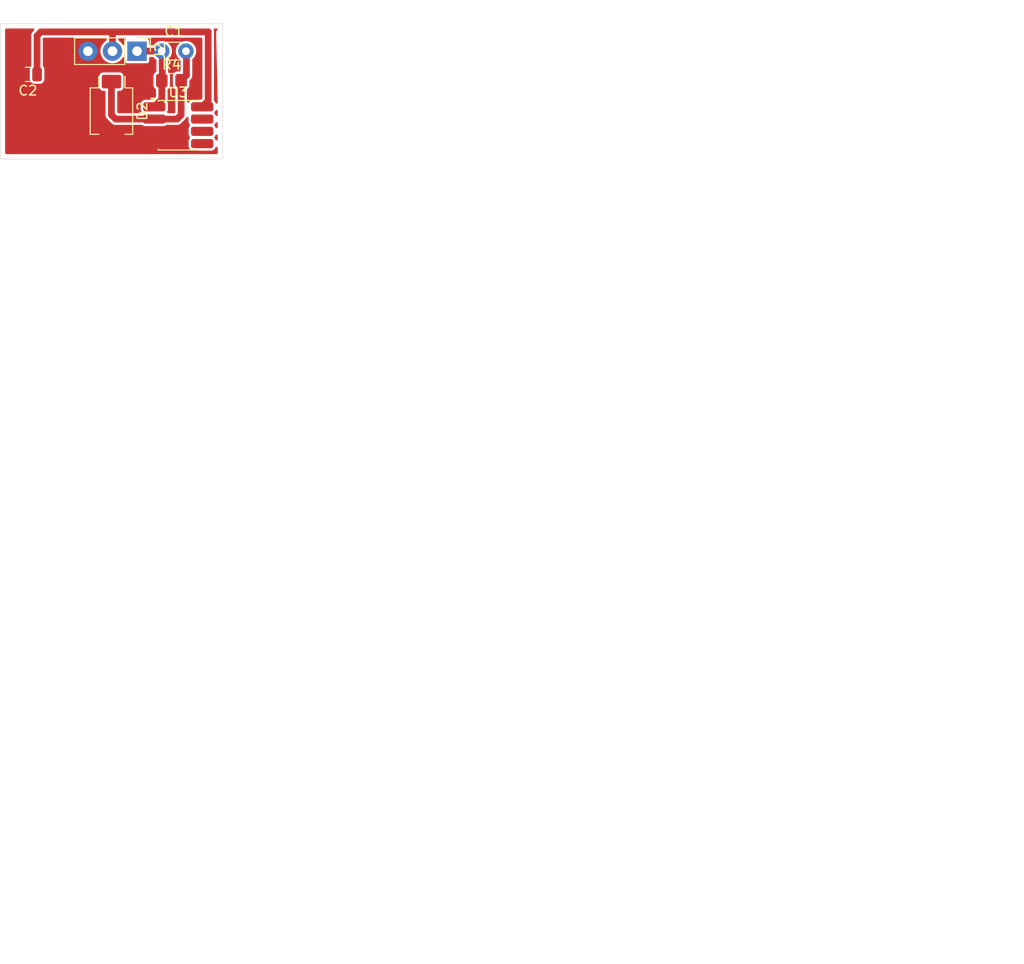
<source format=kicad_pcb>
(kicad_pcb (version 20241229) (generator "pcbnew") (generator_version "9.0")
  (layers (0 "F.Cu" signal) (2 "B.Cu" signal) (13 "F.Paste" user) (15 "B.Paste" user) (5 "F.SilkS" user "F.Silkscreen") (7 "B.SilkS" user "B.Silkscreen") (1 "F.Mask" user) (3 "B.Mask" user) (25 "Edge.Cuts" user))
  (net 0 "")
  (net 1 "+5V")
  (net 2 "GND")
  (net 3 "Net-(D2-K)")
  (net 4 "Net-(J2-Pin_1)")
  (footprint "OptoDevice:Osram_BPW34S-SMD" (layer "F.Cu") (at 13.09 10.8 -90)
    (property "Reference" "D2" (at 0.01 -3.2 270) (layer "F.SilkS"))
    (property "Value" "BPW34")
    (fp_line (start -2.4 2.2) (end 2.4 2.2) (stroke (width 0.12)) (layer "F.SilkS"))
    (fp_line (start 2.4 2.2) (end 2.4 1.31) (stroke (width 0.12)) (layer "F.SilkS"))
    (fp_line (start -3.59 1.31) (end -2.4 1.31) (stroke (width 0.12)) (layer "F.SilkS"))
    (fp_line (start -2.4 1.31) (end -2.4 2.2) (stroke (width 0.12)) (layer "F.SilkS"))
    (fp_line (start -2.41 -1.4) (end -3.59 -1.4) (stroke (width 0.12)) (layer "F.SilkS"))
    (fp_line (start 2.4 -1.4) (end 2.4 -2.2) (stroke (width 0.12)) (layer "F.SilkS"))
    (fp_line (start -2.4 -2.2) (end -2.4 -1.4) (stroke (width 0.12)) (layer "F.SilkS"))
    (fp_line (start 2.4 -2.2) (end -2.4 -2.2) (stroke (width 0.12)) (layer "F.SilkS"))
    (pad "1" smd roundrect (at -3.05 0 90) (size 1.4 2) (layers "F.Cu" "F.Mask") (roundrect_rratio 0.125) (net 3 "Net-(D2-K)"))
    (pad "2" smd roundrect (at 3.05 0 90) (size 1.4 1.2) (layers "F.Cu" "F.Mask") (roundrect_rratio 0.125) (net 2 "GND"))
  )
  (footprint "Connector_PinHeader_2.54mm:PinHeader_1x03_P2.54mm_Vertical" (layer "F.Cu") (at 15.74 4.6 -90)
    (property "Reference" "J2" (at 0 -2.38 90) (layer "F.SilkS"))
    (property "Value" "Arduino NANO")
    (fp_line (start -1.38 6.46) (end 1.38 6.46) (stroke (width 0.12)) (layer "F.SilkS"))
    (fp_line (start -1.38 1.27) (end -1.38 6.46) (stroke (width 0.12)) (layer "F.SilkS"))
    (fp_line (start -1.38 1.27) (end 1.38 1.27) (stroke (width 0.12)) (layer "F.SilkS"))
    (fp_line (start 1.38 1.27) (end 1.38 6.46) (stroke (width 0.12)) (layer "F.SilkS"))
    (fp_line (start -1.38 0) (end -1.38 -1.38) (stroke (width 0.12)) (layer "F.SilkS"))
    (fp_line (start -1.38 -1.38) (end 0 -1.38) (stroke (width 0.12)) (layer "F.SilkS"))
    (pad "1" thru_hole rect (at 0 0 270) (size 2 2) (drill 1) (layers "*.Cu" "*.Mask") (net 4 "Net-(J2-Pin_1)"))
    (pad "2" thru_hole circle (at 0 2.54 270) (size 2 2) (drill 1) (layers "*.Cu" "*.Mask") (net 1 "+5V"))
    (pad "3" thru_hole circle (at 0 5.08 270) (size 2 2) (drill 1) (layers "*.Cu" "*.Mask") (net 2 "GND"))
  )
  (footprint "Package_SO:SOIC-8_3.9x4.9mm_P1.27mm" (layer "F.Cu") (at 20 12.26)
    (property "Reference" "U3" (at 0 -3.4 0) (layer "F.SilkS"))
    (property "Value" "LM358")
    (fp_line (start -2.06 -2.56) (end 2.06 -2.56) (stroke (width 0.12)) (layer "F.SilkS"))
    (fp_line (start -2.06 -2.465) (end -2.06 -2.56) (stroke (width 0.12)) (layer "F.SilkS"))
    (fp_line (start -2.06 2.56) (end -2.06 2.465) (stroke (width 0.12)) (layer "F.SilkS"))
    (fp_line (start 2.06 -2.56) (end 2.06 -2.465) (stroke (width 0.12)) (layer "F.SilkS"))
    (fp_line (start 2.06 2.465) (end 2.06 2.56) (stroke (width 0.12)) (layer "F.SilkS"))
    (fp_line (start 2.06 2.56) (end -2.06 2.56) (stroke (width 0.12)) (layer "F.SilkS"))
    (fp_poly (pts (xy -2.6 -2.47) (xy -2.84 -2.8) (xy -2.36 -2.8)) (stroke (width 0.12)) (fill yes) (layer "F.SilkS"))
    (pad "1" smd roundrect (at -2.475 -1.905) (size 2.3 0.95) (layers "F.Cu" "F.Mask" "F.Paste") (net 4 "Net-(J2-Pin_1)"))
    (pad "2" smd roundrect (at -2.475 -0.635) (size 2.3 0.95) (layers "F.Cu" "F.Mask" "F.Paste") (net 3 "Net-(D2-K)"))
    (pad "3" smd roundrect (at -2.475 0.635) (size 1.95 0.6) (layers "F.Cu" "F.Mask" "F.Paste") (net 2 "GND"))
    (pad "4" smd roundrect (at -2.475 1.905) (size 1.95 0.6) (layers "F.Cu" "F.Mask" "F.Paste") (net 2 "GND"))
    (pad "5" smd roundrect (at 2.475 1.905) (size 2.3 0.95) (layers "F.Cu" "F.Mask" "F.Paste"))
    (pad "6" smd roundrect (at 2.475 0.635) (size 2.3 0.95) (layers "F.Cu" "F.Mask" "F.Paste"))
    (pad "7" smd roundrect (at 2.475 -0.635) (size 2.3 0.95) (layers "F.Cu" "F.Mask" "F.Paste"))
    (pad "8" smd roundrect (at 2.475 -1.905) (size 2.3 0.95) (layers "F.Cu" "F.Mask" "F.Paste") (net 1 "+5V"))
  )
  (footprint "Capacitor_THT:C_Disc_D3.0mm_W1.6mm_P2.50mm" (layer "F.Cu") (at 18.3 4.6)
    (property "Reference" "C1" (at 1.25 -2.05 0) (layer "F.SilkS"))
    (property "Value" "22pf")
    (fp_line (start 0.485 -0.92) (end 2.015 -0.92) (stroke (width 0.12)) (layer "F.SilkS"))
    (fp_line (start 2.015 0.92) (end 0.485 0.92) (stroke (width 0.12)) (layer "F.SilkS"))
    (pad "1" thru_hole circle (at 0 0) (size 1.6 1.6) (drill 0.8) (layers "*.Cu" "*.Mask") (net 4 "Net-(J2-Pin_1)"))
    (pad "2" thru_hole circle (at 2.5 0) (size 1.6 1.6) (drill 0.8) (layers "*.Cu" "*.Mask") (net 3 "Net-(D2-K)"))
  )
  (footprint "Resistor_SMD:R_0805_2012Metric_Pad1.20x1.40mm_HandSolder" (layer "F.Cu") (at 19.3 7.65)
    (property "Reference" "R4" (at 0 -1.65 0) (layer "F.SilkS"))
    (property "Value" "1Mhoms")
    (fp_line (start -0.227064 -0.735) (end 0.227064 -0.735) (stroke (width 0.12)) (layer "F.SilkS"))
    (fp_line (start -0.227064 0.735) (end 0.227064 0.735) (stroke (width 0.12)) (layer "F.SilkS"))
    (pad "1" smd roundrect (at -1 0) (size 1.2 1.4) (layers "F.Cu" "F.Mask" "F.Paste") (roundrect_rratio 0.208333) (net 4 "Net-(J2-Pin_1)"))
    (pad "2" smd roundrect (at 1 0) (size 1.2 1.4) (layers "F.Cu" "F.Mask" "F.Paste") (roundrect_rratio 0.208333) (net 3 "Net-(D2-K)"))
  )
  (footprint "Capacitor_SMD:C_0805_2012Metric" (layer "F.Cu") (at 4.45 7 180)
    (property "Reference" "C2" (at 0 -1.68 0) (layer "F.SilkS"))
    (property "Value" "100nf")
    (fp_line (start -0.261252 0.735) (end 0.261252 0.735) (stroke (width 0.12)) (layer "F.SilkS"))
    (fp_line (start -0.261252 -0.735) (end 0.261252 -0.735) (stroke (width 0.12)) (layer "F.SilkS"))
    (pad "1" smd roundrect (at -0.95 0 180) (size 1 1.45) (layers "F.Cu" "F.Mask" "F.Paste") (net 1 "+5V"))
    (pad "2" smd roundrect (at 0.95 0 180) (size 1 1.45) (layers "F.Cu" "F.Mask" "F.Paste") (net 2 "GND"))
  )
  (gr_rect (start 1.59 1.75) (end 24.59 15.75) (stroke (width 0.05)) (fill no) (layer "Edge.Cuts"))
  (segment (start 13.2 2.601) (end 23.1 2.601) (width 0.7) (layer "F.Cu") (net 1))
  (segment (start 23.1 9.73) (end 22.475 10.355) (width 0.7) (layer "F.Cu") (net 1))
  (segment (start 23.1 2.601) (end 23.1 9.73) (width 0.7) (layer "F.Cu") (net 1))
  (segment (start 5.4 3) (end 5.4 7) (width 0.7) (layer "F.Cu") (net 1))
  (segment (start 13.2 2.601) (end 5.799 2.601) (width 0.7) (layer "F.Cu") (net 1))
  (segment (start 5.799 2.601) (end 5.4 3) (width 0.7) (layer "F.Cu") (net 1))
  (segment (start 13.2 4.6) (end 13.2 2.601) (width 0.7) (layer "F.Cu") (net 1))
  (segment (start 20.85 4.2) (end 20.85 7.1) (width 0.7) (layer "F.Cu") (net 3))
  (segment (start 13.09 7.75) (end 13.09 11.19) (width 0.7) (layer "F.Cu") (net 3))
  (segment (start 13.525 11.625) (end 17.525 11.625) (width 0.7) (layer "F.Cu") (net 3))
  (segment (start 20.3 7.65) (end 20.3 11.2) (width 0.7) (layer "F.Cu") (net 3))
  (segment (start 19.875 11.625) (end 17.525 11.625) (width 0.7) (layer "F.Cu") (net 3))
  (segment (start 20.85 7.1) (end 20.3 7.65) (width 0.7) (layer "F.Cu") (net 3))
  (segment (start 13.09 11.19) (end 13.525 11.625) (width 0.7) (layer "F.Cu") (net 3))
  (segment (start 20.3 11.2) (end 19.875 11.625) (width 0.7) (layer "F.Cu") (net 3))
  (segment (start 17.95 4.6) (end 18.35 4.2) (width 0.6) (layer "F.Cu") (net 4))
  (segment (start 16.14 4.2) (end 15.74 4.6) (width 0.6) (layer "F.Cu") (net 4))
  (segment (start 18.3 9.58) (end 17.525 10.355) (width 0.7) (layer "F.Cu") (net 4))
  (segment (start 18.3 7.65) (end 18.3 9.58) (width 0.7) (layer "F.Cu") (net 4))
  (segment (start 15.74 4.6) (end 17.95 4.6) (width 0.7) (layer "F.Cu") (net 4))
  (segment (start 18.35 7.6) (end 18.3 7.65) (width 0.6) (layer "F.Cu") (net 4))
  (segment (start 18.3 4.66) (end 18.35 4.61) (width 0.6) (layer "F.Cu") (net 4))
  (segment (start 15.69 4.3) (end 15.59 4.2) (width 0.6) (layer "F.Cu") (net 4))
  (segment (start 18.35 4.2) (end 18.35 7.6) (width 0.7) (layer "F.Cu") (net 4))
  (zone (net 2) (net_name "GND") (layer "F.Cu") (connect_pads yes (clearance 0.25)) (min_thickness 0.25) (fill yes (thermal_gap 0.5) (thermal_bridge_width 0.5) (island_removal_mode 1) (island_area_min 10))
    (polygon (pts (xy 1.745875 1.99795) (xy 24.365875 1.95) (xy 24.365875 15.59) (xy 1.745875 15.59)))
  )
)
</source>
